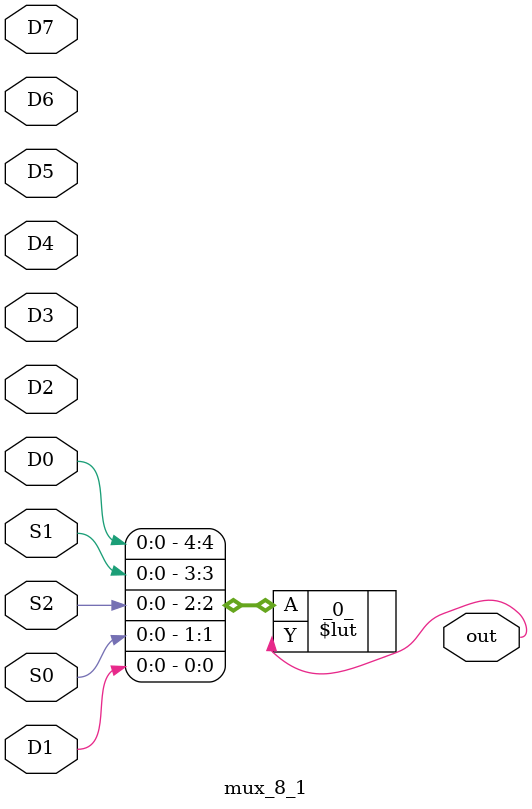
<source format=v>
/* Generated by Yosys 0.18+10 (git sha1 f797bf10a, gcc 11.2.0 -fPIC -Os) */

module mux_8_1(out, D0, D1, D2, D3, D4, D5, D6, D7, S0, S1, S2);
  input D0;
  input D1;
  input D2;
  input D3;
  input D4;
  input D5;
  input D6;
  input D7;
  input S0;
  input S1;
  input S2;
  output out;
  (* src = "/nfs_scratch/scratch/CompilerValidation/zaheer_ahmad/bitstream_simulation_new/test2/ArchBench/Testcases/mux_8_1/jira/./rtl/mux_8_1.v:3" *)
  (* src = "/nfs_scratch/scratch/CompilerValidation/zaheer_ahmad/bitstream_simulation_new/test2/ArchBench/Testcases/mux_8_1/jira/./rtl/mux_8_1.v:3" *)
  wire D0;
  (* src = "/nfs_scratch/scratch/CompilerValidation/zaheer_ahmad/bitstream_simulation_new/test2/ArchBench/Testcases/mux_8_1/jira/./rtl/mux_8_1.v:3" *)
  (* src = "/nfs_scratch/scratch/CompilerValidation/zaheer_ahmad/bitstream_simulation_new/test2/ArchBench/Testcases/mux_8_1/jira/./rtl/mux_8_1.v:3" *)
  wire D1;
  (* src = "/nfs_scratch/scratch/CompilerValidation/zaheer_ahmad/bitstream_simulation_new/test2/ArchBench/Testcases/mux_8_1/jira/./rtl/mux_8_1.v:3" *)
  (* src = "/nfs_scratch/scratch/CompilerValidation/zaheer_ahmad/bitstream_simulation_new/test2/ArchBench/Testcases/mux_8_1/jira/./rtl/mux_8_1.v:3" *)
  wire D2;
  (* src = "/nfs_scratch/scratch/CompilerValidation/zaheer_ahmad/bitstream_simulation_new/test2/ArchBench/Testcases/mux_8_1/jira/./rtl/mux_8_1.v:3" *)
  (* src = "/nfs_scratch/scratch/CompilerValidation/zaheer_ahmad/bitstream_simulation_new/test2/ArchBench/Testcases/mux_8_1/jira/./rtl/mux_8_1.v:3" *)
  wire D3;
  (* src = "/nfs_scratch/scratch/CompilerValidation/zaheer_ahmad/bitstream_simulation_new/test2/ArchBench/Testcases/mux_8_1/jira/./rtl/mux_8_1.v:3" *)
  (* src = "/nfs_scratch/scratch/CompilerValidation/zaheer_ahmad/bitstream_simulation_new/test2/ArchBench/Testcases/mux_8_1/jira/./rtl/mux_8_1.v:3" *)
  wire D4;
  (* src = "/nfs_scratch/scratch/CompilerValidation/zaheer_ahmad/bitstream_simulation_new/test2/ArchBench/Testcases/mux_8_1/jira/./rtl/mux_8_1.v:3" *)
  (* src = "/nfs_scratch/scratch/CompilerValidation/zaheer_ahmad/bitstream_simulation_new/test2/ArchBench/Testcases/mux_8_1/jira/./rtl/mux_8_1.v:3" *)
  wire D5;
  (* src = "/nfs_scratch/scratch/CompilerValidation/zaheer_ahmad/bitstream_simulation_new/test2/ArchBench/Testcases/mux_8_1/jira/./rtl/mux_8_1.v:3" *)
  (* src = "/nfs_scratch/scratch/CompilerValidation/zaheer_ahmad/bitstream_simulation_new/test2/ArchBench/Testcases/mux_8_1/jira/./rtl/mux_8_1.v:3" *)
  wire D6;
  (* src = "/nfs_scratch/scratch/CompilerValidation/zaheer_ahmad/bitstream_simulation_new/test2/ArchBench/Testcases/mux_8_1/jira/./rtl/mux_8_1.v:3" *)
  (* src = "/nfs_scratch/scratch/CompilerValidation/zaheer_ahmad/bitstream_simulation_new/test2/ArchBench/Testcases/mux_8_1/jira/./rtl/mux_8_1.v:3" *)
  wire D7;
  (* src = "/nfs_scratch/scratch/CompilerValidation/zaheer_ahmad/bitstream_simulation_new/test2/ArchBench/Testcases/mux_8_1/jira/./rtl/mux_8_1.v:4" *)
  (* src = "/nfs_scratch/scratch/CompilerValidation/zaheer_ahmad/bitstream_simulation_new/test2/ArchBench/Testcases/mux_8_1/jira/./rtl/mux_8_1.v:4" *)
  wire S0;
  (* src = "/nfs_scratch/scratch/CompilerValidation/zaheer_ahmad/bitstream_simulation_new/test2/ArchBench/Testcases/mux_8_1/jira/./rtl/mux_8_1.v:4" *)
  (* src = "/nfs_scratch/scratch/CompilerValidation/zaheer_ahmad/bitstream_simulation_new/test2/ArchBench/Testcases/mux_8_1/jira/./rtl/mux_8_1.v:4" *)
  wire S1;
  (* src = "/nfs_scratch/scratch/CompilerValidation/zaheer_ahmad/bitstream_simulation_new/test2/ArchBench/Testcases/mux_8_1/jira/./rtl/mux_8_1.v:4" *)
  (* src = "/nfs_scratch/scratch/CompilerValidation/zaheer_ahmad/bitstream_simulation_new/test2/ArchBench/Testcases/mux_8_1/jira/./rtl/mux_8_1.v:4" *)
  wire S2;
  (* src = "/nfs_scratch/scratch/CompilerValidation/zaheer_ahmad/bitstream_simulation_new/test2/ArchBench/Testcases/mux_8_1/jira/./rtl/mux_8_1.v:5" *)
  (* src = "/nfs_scratch/scratch/CompilerValidation/zaheer_ahmad/bitstream_simulation_new/test2/ArchBench/Testcases/mux_8_1/jira/./rtl/mux_8_1.v:5" *)
  wire out;
  \$lut  #(
    .LUT(32'hbfff8000),
    .WIDTH(32'h00000005)
  ) _0_ (
    .A({ D0, S1, S2, S0, D1 }),
    .Y(out)
  );
endmodule

</source>
